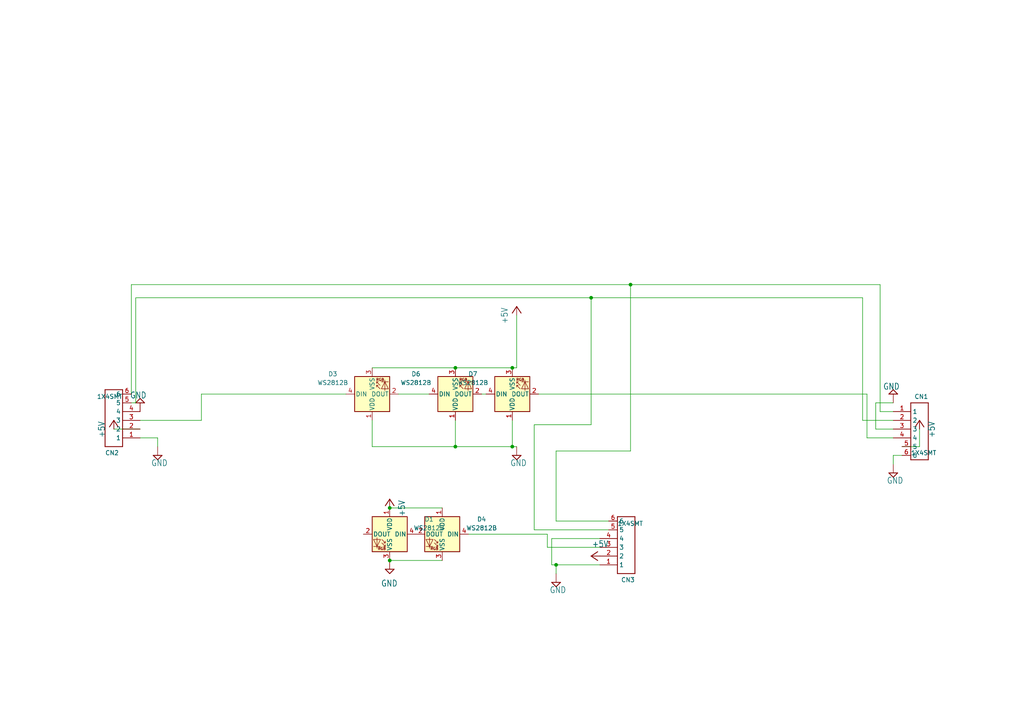
<source format=kicad_sch>
(kicad_sch (version 20211123) (generator eeschema)
  (paper "A4")
  (lib_symbols
    (symbol "1X4SMT_1"
      (property "Reference" "CN" (at 5.08 7.62 0))
      (property "Value" "1X4SMT_1" (at 0 -10.16 0))
      (symbol "1X4SMT_1_1_0"
        (polyline (pts (xy 0 -11.43) (xy 0 5.08)) (stroke (width 0.254)))
        (polyline (pts (xy 0 5.08) (xy 5.08 5.08)) (stroke (width 0.254)))
        (polyline (pts (xy 5.08 -11.43) (xy 0 -11.43)) (stroke (width 0.254)))
        (polyline (pts (xy 5.08 5.08) (xy 5.08 -11.43)) (stroke (width 0.254)))
        (pin bidirectional line (at -5.08 2.54 0) (length 5.08) (name "1") (number "1"))
        (pin bidirectional line (at -5.08 0 0) (length 5.08) (name "2") (number "2"))
        (pin bidirectional line (at -5.08 -2.54 0) (length 5.08) (name "3") (number "3"))
        (pin bidirectional line (at -5.08 -5.08 0) (length 5.08) (name "4") (number "4"))
      )
      (symbol "1X4SMT_1_1_1"
        (pin bidirectional line (at -2.54 -7.62 0) (length 2.54) (name "5") (number "5"))
        (pin bidirectional line (at -2.54 -10.16 0) (length 2.54) (name "6") (number "6"))
      )
    )
    (symbol "Adafruit NeoPixel 8 Stick-eagle-import:+5V" (power)
      (property "Value" "+5V" (at -2.54 -5.08 90))
      (symbol "+5V_1_0"
        (polyline (pts (xy 0 0) (xy -1.27 -1.905)) (stroke (width 0.254)))
        (polyline (pts (xy 1.27 -1.905) (xy 0 0)) (stroke (width 0.254)))
        (pin power_in line (at 0 -2.54 90) (length 2.54) (name "+5V") (number "1"))
      )
    )
    (symbol "Adafruit NeoPixel 8 Stick-eagle-import:1X4SMT"
      (property "Reference" "CN" (at 5.08 7.62 0))
      (property "Value" "1X4SMT" (at 0 -10.16 0))
      (symbol "1X4SMT_1_0"
        (polyline (pts (xy 0 -11.43) (xy 0 5.08)) (stroke (width 0.254)))
        (polyline (pts (xy 0 5.08) (xy 5.08 5.08)) (stroke (width 0.254)))
        (polyline (pts (xy 5.08 -11.43) (xy 0 -11.43)) (stroke (width 0.254)))
        (polyline (pts (xy 5.08 5.08) (xy 5.08 -11.43)) (stroke (width 0.254)))
        (pin bidirectional line (at -5.08 2.54 0) (length 5.08) (name "1") (number "1"))
        (pin bidirectional line (at -5.08 0 0) (length 5.08) (name "2") (number "2"))
        (pin bidirectional line (at -5.08 -2.54 0) (length 5.08) (name "3") (number "3"))
        (pin bidirectional line (at -5.08 -5.08 0) (length 5.08) (name "4") (number "4"))
      )
      (symbol "1X4SMT_1_1"
        (pin bidirectional line (at -2.54 -7.62 0) (length 2.54) (name "5") (number "5"))
        (pin bidirectional line (at -2.54 -10.16 0) (length 2.54) (name "6") (number "6"))
      )
    )
    (symbol "Adafruit NeoPixel 8 Stick-eagle-import:GND" (power)
      (property "Value" "GND" (at -1.905 -3.175 0))
      (symbol "GND_1_0"
        (polyline (pts (xy -1.27 0) (xy 1.27 0)) (stroke (width 0.254)))
        (polyline (pts (xy 0 -1.27) (xy -1.27 0)) (stroke (width 0.254)))
        (polyline (pts (xy 1.27 0) (xy 0 -1.27)) (stroke (width 0.254)))
        (pin power_in line (at 0 2.54 270) (length 2.54) (name "GND") (number "1"))
      )
    )
    (symbol "LED:WS2812B" (pin_names (offset 0.254))
      (property "Reference" "D" (at 5.08 5.715 0))
      (property "Value" "WS2812B" (at 1.27 -5.715 0))
      (symbol "WS2812B_0_0"
        (text "RGB" (at 2.286 -4.191 0) (effects (font (size 0.762 0.762))))
      )
      (symbol "WS2812B_0_1"
        (polyline (pts (xy 1.27 -3.556) (xy 1.778 -3.556)))
        (polyline (pts (xy 1.27 -2.54) (xy 1.778 -2.54)))
        (polyline (pts (xy 4.699 -3.556) (xy 2.667 -3.556)))
        (polyline (pts (xy 2.286 -2.54) (xy 1.27 -3.556) (xy 1.27 -3.048)))
        (polyline (pts (xy 2.286 -1.524) (xy 1.27 -2.54) (xy 1.27 -2.032)))
        (polyline (pts (xy 3.683 -1.016) (xy 3.683 -3.556) (xy 3.683 -4.064)))
        (polyline (pts (xy 4.699 -1.524) (xy 2.667 -1.524) (xy 3.683 -3.556) (xy 4.699 -1.524)))
        (rectangle (start 5.08 5.08) (end -5.08 -5.08) (stroke (width 0.254)) (fill (type background)))
      )
      (symbol "WS2812B_1_1"
        (pin power_in line (at 0 7.62 270) (length 2.54) (name "VDD") (number "1"))
        (pin output line (at 7.62 0 180) (length 2.54) (name "DOUT") (number "2"))
        (pin power_in line (at 0 -7.62 90) (length 2.54) (name "VSS") (number "3"))
        (pin input line (at -7.62 0 0) (length 2.54) (name "DIN") (number "4"))
      )
    )
  )
  (junction (at 161.29 163.83))
  (junction (at 148.59 106.68))
  (junction (at 182.88 82.55))
  (junction (at 113.03 162.56))
  (junction (at 113.03 147.32))
  (junction (at 148.59 129.54))
  (junction (at 171.45 86.36))
  (junction (at 132.08 106.68))
  (junction (at 132.08 129.54))
  (wire (pts (xy 154.94 153.67) (xy 154.94 123.19)))
  (wire (pts (xy 40.64 127) (xy 45.72 127)))
  (wire (pts (xy 45.72 127) (xy 45.72 129.54)))
  (wire (pts (xy 259.08 132.08) (xy 259.08 134.62)))
  (wire (pts (xy 160.02 156.21) (xy 173.99 156.21)))
  (wire (pts (xy 132.08 121.92) (xy 132.08 129.54)))
  (wire (pts (xy 161.29 151.13) (xy 161.29 130.81)))
  (wire (pts (xy 139.7 114.3) (xy 140.97 114.3)))
  (wire (pts (xy 128.27 147.32) (xy 113.03 147.32)))
  (wire (pts (xy 38.1 116.84) (xy 39.37 116.84)))
  (wire (pts (xy 40.64 121.92) (xy 58.42 121.92)))
  (wire (pts (xy 161.29 130.81) (xy 182.88 130.81)))
  (wire (pts (xy 107.95 106.68) (xy 132.08 106.68)))
  (wire (pts (xy 254 116.84) (xy 259.08 116.84)))
  (wire (pts (xy 254 124.46) (xy 254 116.84)))
  (wire (pts (xy 171.45 86.36) (xy 250.19 86.36)))
  (wire (pts (xy 171.45 123.19) (xy 171.45 86.36)))
  (wire (pts (xy 148.59 106.68) (xy 149.86 106.68)))
  (wire (pts (xy 251.46 114.3) (xy 251.46 127)))
  (wire (pts (xy 255.27 82.55) (xy 255.27 119.38)))
  (wire (pts (xy 250.19 86.36) (xy 250.19 121.92)))
  (wire (pts (xy 132.08 106.68) (xy 148.59 106.68)))
  (wire (pts (xy 148.59 129.54) (xy 149.86 129.54)))
  (wire (pts (xy 161.29 163.83) (xy 161.29 166.37)))
  (wire (pts (xy 113.03 162.56) (xy 128.27 162.56)))
  (wire (pts (xy 107.95 129.54) (xy 132.08 129.54)))
  (wire (pts (xy 38.1 82.55) (xy 182.88 82.55)))
  (wire (pts (xy 161.29 163.83) (xy 173.99 163.83)))
  (wire (pts (xy 58.42 114.3) (xy 58.42 121.92)))
  (wire (pts (xy 107.95 121.92) (xy 107.95 129.54)))
  (wire (pts (xy 39.37 86.36) (xy 171.45 86.36)))
  (wire (pts (xy 250.19 121.92) (xy 259.08 121.92)))
  (wire (pts (xy 160.02 156.21) (xy 160.02 163.83)))
  (wire (pts (xy 33.02 124.46) (xy 40.64 124.46)))
  (wire (pts (xy 251.46 127) (xy 259.08 127)))
  (wire (pts (xy 148.59 121.92) (xy 148.59 129.54)))
  (wire (pts (xy 182.88 82.55) (xy 255.27 82.55)))
  (wire (pts (xy 156.21 114.3) (xy 251.46 114.3)))
  (wire (pts (xy 161.29 151.13) (xy 176.53 151.13)))
  (wire (pts (xy 255.27 119.38) (xy 259.08 119.38)))
  (wire (pts (xy 135.89 154.94) (xy 158.75 154.94)))
  (wire (pts (xy 100.33 114.3) (xy 58.42 114.3)))
  (wire (pts (xy 154.94 123.19) (xy 171.45 123.19)))
  (wire (pts (xy 259.08 124.46) (xy 254 124.46)))
  (wire (pts (xy 182.88 130.81) (xy 182.88 82.55)))
  (wire (pts (xy 154.94 153.67) (xy 176.53 153.67)))
  (wire (pts (xy 158.75 154.94) (xy 158.75 158.75)))
  (wire (pts (xy 39.37 116.84) (xy 39.37 86.36)))
  (wire (pts (xy 261.62 132.08) (xy 259.08 132.08)))
  (wire (pts (xy 261.62 129.54) (xy 266.7 129.54)))
  (wire (pts (xy 158.75 158.75) (xy 173.99 158.75)))
  (wire (pts (xy 160.02 163.83) (xy 161.29 163.83)))
  (wire (pts (xy 38.1 114.3) (xy 38.1 82.55)))
  (wire (pts (xy 149.86 91.44) (xy 149.86 106.68)))
  (wire (pts (xy 266.7 129.54) (xy 266.7 124.46)))
  (wire (pts (xy 132.08 129.54) (xy 148.59 129.54)))
  (wire (pts (xy 115.57 114.3) (xy 124.46 114.3)))
  (symbol (lib_id "LED:WS2812B") (at 128.27 154.94 0) (mirror y) (unit 1)
    (property "Reference" "D4" (at 139.7 150.6093 0))
    (property "Value" "WS2812B" (at 139.7 153.1493 0))
    (property "Footprint" "LED_SMD:LED_WS2812B_PLCC4_5.0x5.0mm_P3.2mm" (effects hide))
    (property "Datasheet" "https://cdn-shop.adafruit.com/datasheets/WS2812B.pdf" (effects hide))
  )
  (symbol (lib_name "1X4SMT_1") (lib_id "Adafruit NeoPixel 8 Stick-eagle-import:1X4SMT") (at 179.07 161.29 0) (mirror x) (unit 1)
    (property "Reference" "CN3" (at 184.15 168.91 0) (effects (justify right top)))
    (property "Value" "1X4SMT" (at 179.07 151.13 0) (effects (justify left bottom)))
    (property "Footprint" "Adafruit NeoPixel 8 Stick:1X4-SMT" (effects hide))
  )
  (symbol (lib_id "Adafruit NeoPixel 8 Stick-eagle-import:GND") (at 40.64 116.84 180) (unit 1)
    (property "Reference" "#SUPPLY02" (effects hide))
    (property "Value" "GND" (at 42.545 113.665 0) (effects (font (size 1.778 1.5113)) (justify left bottom)))
    (property "Footprint" "Adafruit NeoPixel 8 Stick:" (effects hide))
  )
  (symbol (lib_id "Adafruit NeoPixel 8 Stick-eagle-import:+5V") (at 33.02 121.92 0) (unit 1)
    (property "Reference" "#P+011" (effects hide))
    (property "Value" "+5V" (at 30.48 127 90) (effects (font (size 1.778 1.5113)) (justify left bottom)))
    (property "Footprint" "Adafruit NeoPixel 8 Stick:" (effects hide))
  )
  (symbol (lib_id "Adafruit NeoPixel 8 Stick-eagle-import:+5V") (at 113.03 144.78 0) (mirror y) (unit 1)
    (property "Reference" "#P+0102" (effects hide))
    (property "Value" "+5V" (at 115.57 149.86 90) (effects (font (size 1.778 1.5113)) (justify left bottom)))
    (property "Footprint" "Adafruit NeoPixel 8 Stick:" (effects hide))
  )
  (symbol (lib_id "LED:WS2812B") (at 107.95 114.3 0) (mirror x) (unit 1)
    (property "Reference" "D3" (at 96.52 108.4705 0))
    (property "Value" "WS2812B" (at 96.52 111.0105 0))
    (property "Footprint" "LED_SMD:LED_WS2812B_PLCC4_5.0x5.0mm_P3.2mm" (effects hide))
    (property "Datasheet" "https://cdn-shop.adafruit.com/datasheets/WS2812B.pdf" (effects hide))
  )
  (symbol (lib_id "LED:WS2812B") (at 148.59 114.3 0) (mirror x) (unit 1)
    (property "Reference" "D7" (at 137.16 108.4705 0))
    (property "Value" "WS2812B" (at 137.16 111.0105 0))
    (property "Footprint" "LED_SMD:LED_WS2812B_PLCC4_5.0x5.0mm_P3.2mm" (effects hide))
    (property "Datasheet" "https://cdn-shop.adafruit.com/datasheets/WS2812B.pdf" (effects hide))
  )
  (symbol (lib_id "Adafruit NeoPixel 8 Stick-eagle-import:GND") (at 45.72 132.08 0) (unit 1)
    (property "Reference" "#SUPPLY07" (effects hide))
    (property "Value" "GND" (at 43.815 135.255 0) (effects (font (size 1.778 1.5113)) (justify left bottom)))
    (property "Footprint" "Adafruit NeoPixel 8 Stick:" (effects hide))
  )
  (symbol (lib_id "Adafruit NeoPixel 8 Stick-eagle-import:1X4SMT") (at 35.56 124.46 180) (unit 1)
    (property "Reference" "CN2" (at 30.48 132.08 0) (effects (justify right top)))
    (property "Value" "1X4SMT" (at 35.56 114.3 0) (effects (justify left bottom)))
    (property "Footprint" "Adafruit NeoPixel 8 Stick:1X4-SMT" (effects hide))
  )
  (symbol (lib_id "Adafruit NeoPixel 8 Stick-eagle-import:GND") (at 113.03 165.1 0) (unit 1)
    (property "Reference" "#SUPPLY0102" (effects hide))
    (property "Value" "GND" (at 110.49 170.18 0) (effects (font (size 1.778 1.5113)) (justify left bottom)))
    (property "Footprint" "Adafruit NeoPixel 8 Stick:" (effects hide))
  )
  (symbol (lib_id "Adafruit NeoPixel 8 Stick-eagle-import:+5V") (at 149.86 88.9 0) (unit 1)
    (property "Reference" "#P+02" (effects hide))
    (property "Value" "+5V" (at 147.32 93.98 90) (effects (font (size 1.778 1.5113)) (justify left bottom)))
    (property "Footprint" "Adafruit NeoPixel 8 Stick:" (effects hide))
  )
  (symbol (lib_name "1X4SMT_1") (lib_id "Adafruit NeoPixel 8 Stick-eagle-import:1X4SMT") (at 264.16 121.92 0) (unit 1)
    (property "Reference" "CN1" (at 269.24 114.3 0) (effects (justify right top)))
    (property "Value" "1X4SMT" (at 264.16 132.08 0) (effects (justify left bottom)))
    (property "Footprint" "Adafruit NeoPixel 8 Stick:1X4-SMT" (effects hide))
  )
  (symbol (lib_id "Adafruit NeoPixel 8 Stick-eagle-import:+5V") (at 266.7 121.92 0) (mirror y) (unit 1)
    (property "Reference" "#P+01" (effects hide))
    (property "Value" "+5V" (at 269.24 127 90) (effects (font (size 1.778 1.5113)) (justify left bottom)))
    (property "Footprint" "Adafruit NeoPixel 8 Stick:" (effects hide))
  )
  (symbol (lib_id "Adafruit NeoPixel 8 Stick-eagle-import:GND") (at 149.86 132.08 0) (unit 1)
    (property "Reference" "#SUPPLY03" (effects hide))
    (property "Value" "GND" (at 147.955 135.255 0) (effects (font (size 1.778 1.5113)) (justify left bottom)))
    (property "Footprint" "Adafruit NeoPixel 8 Stick:" (effects hide))
  )
  (symbol (lib_id "Adafruit NeoPixel 8 Stick-eagle-import:GND") (at 161.29 168.91 0) (unit 1)
    (property "Reference" "#SUPPLY0101" (effects hide))
    (property "Value" "GND" (at 159.385 172.085 0) (effects (font (size 1.778 1.5113)) (justify left bottom)))
    (property "Footprint" "Adafruit NeoPixel 8 Stick:" (effects hide))
  )
  (symbol (lib_id "LED:WS2812B") (at 132.08 114.3 0) (mirror x) (unit 1)
    (property "Reference" "D6" (at 120.65 108.4705 0))
    (property "Value" "WS2812B" (at 120.65 111.0105 0))
    (property "Footprint" "LED_SMD:LED_WS2812B_PLCC4_5.0x5.0mm_P3.2mm" (effects hide))
    (property "Datasheet" "https://cdn-shop.adafruit.com/datasheets/WS2812B.pdf" (effects hide))
  )
  (symbol (lib_id "Adafruit NeoPixel 8 Stick-eagle-import:GND") (at 259.08 137.16 0) (unit 1)
    (property "Reference" "#SUPPLY09" (effects hide))
    (property "Value" "GND" (at 257.175 140.335 0) (effects (font (size 1.778 1.5113)) (justify left bottom)))
    (property "Footprint" "Adafruit NeoPixel 8 Stick:" (effects hide))
  )
  (symbol (lib_id "Adafruit NeoPixel 8 Stick-eagle-import:+5V") (at 171.45 161.29 90) (mirror x) (unit 1)
    (property "Reference" "#P+0101" (effects hide))
    (property "Value" "+5V" (at 176.53 158.75 90) (effects (font (size 1.778 1.5113)) (justify left bottom)))
    (property "Footprint" "Adafruit NeoPixel 8 Stick:" (effects hide))
  )
  (symbol (lib_id "Adafruit NeoPixel 8 Stick-eagle-import:GND") (at 259.08 114.3 180) (unit 1)
    (property "Reference" "#SUPPLY01" (effects hide))
    (property "Value" "GND" (at 260.985 111.125 0) (effects (font (size 1.778 1.5113)) (justify left bottom)))
    (property "Footprint" "Adafruit NeoPixel 8 Stick:" (effects hide))
  )
  (symbol (lib_id "LED:WS2812B") (at 113.03 154.94 0) (mirror y) (unit 1)
    (property "Reference" "D1" (at 124.46 150.6093 0))
    (property "Value" "WS2812B" (at 124.46 153.1493 0))
    (property "Footprint" "LED_SMD:LED_WS2812B_PLCC4_5.0x5.0mm_P3.2mm" (effects hide))
    (property "Datasheet" "https://cdn-shop.adafruit.com/datasheets/WS2812B.pdf" (effects hide))
  )
)
</source>
